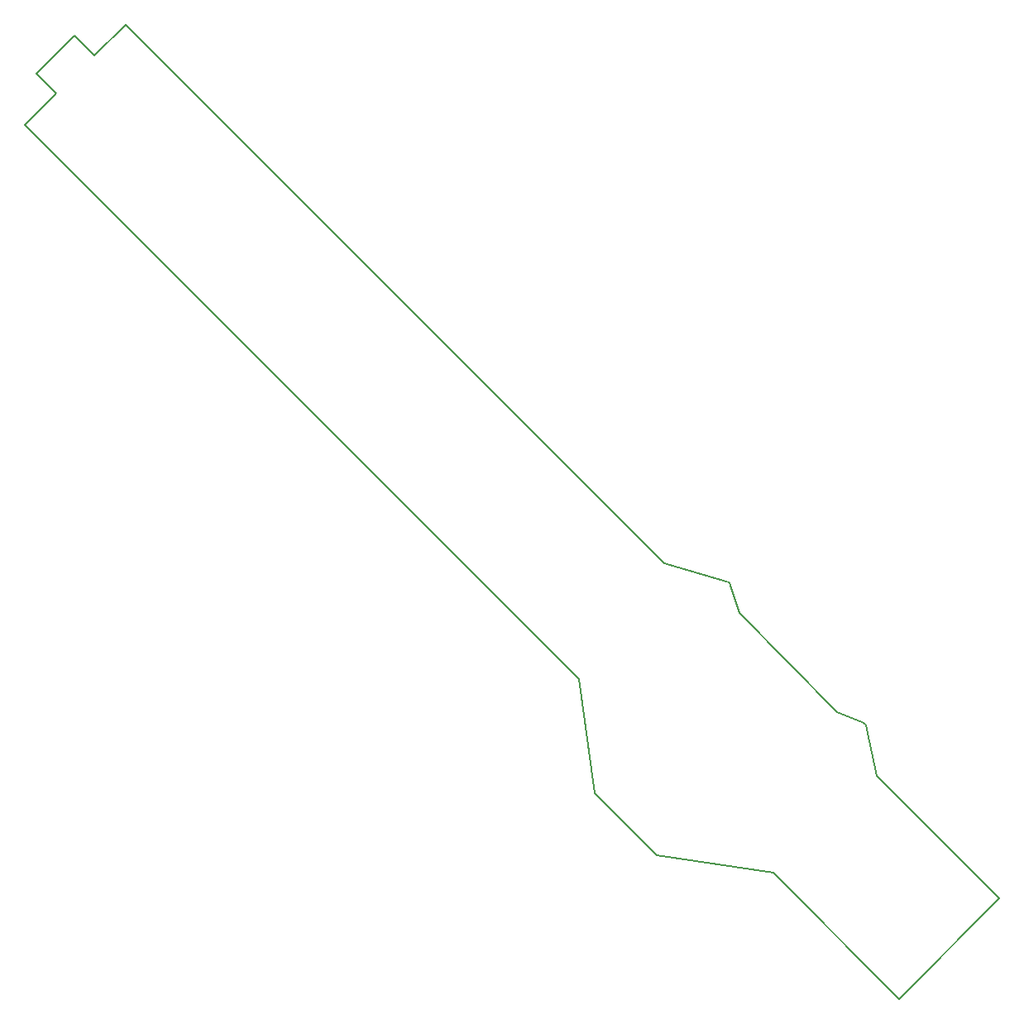
<source format=gbr>
G04 #@! TF.GenerationSoftware,KiCad,Pcbnew,5.1.2*
G04 #@! TF.CreationDate,2019-06-28T17:21:04-05:00*
G04 #@! TF.ProjectId,BatteryTotem,42617474-6572-4795-946f-74656d2e6b69,rev?*
G04 #@! TF.SameCoordinates,Original*
G04 #@! TF.FileFunction,Profile,NP*
%FSLAX46Y46*%
G04 Gerber Fmt 4.6, Leading zero omitted, Abs format (unit mm)*
G04 Created by KiCad (PCBNEW 5.1.2) date 2019-06-28 17:21:04*
%MOMM*%
%LPD*%
G04 APERTURE LIST*
%ADD10C,0.150000*%
%ADD11C,0.100000*%
G04 APERTURE END LIST*
D10*
X157425043Y-88300733D02*
G75*
G02X157875000Y-88725000I24957J-424267D01*
G01*
X171287965Y-102673140D02*
G75*
G02X171875000Y-103425000I-187965J-751860D01*
G01*
X92734638Y-34486112D02*
X95942198Y-31303723D01*
X90718298Y-32449372D02*
X92734638Y-34486112D01*
X86843878Y-36323780D02*
X90718298Y-32449372D01*
X88863268Y-38348403D02*
X86843878Y-36323780D01*
X85674968Y-41570926D02*
X88863268Y-38348403D01*
X175138067Y-131034020D02*
X185405280Y-120766809D01*
X162225000Y-118125000D02*
X175138067Y-131034020D01*
X142375000Y-98275000D02*
X85674968Y-41570926D01*
X143950000Y-109950000D02*
X142375000Y-98275000D01*
X150325000Y-116300000D02*
X143950000Y-109950000D01*
X162225000Y-118125000D02*
X150325000Y-116300000D01*
X172850000Y-108175000D02*
X185405280Y-120766809D01*
X151100000Y-86475000D02*
X95942198Y-31303723D01*
X157425043Y-88300733D02*
X151100000Y-86475000D01*
X158775000Y-91500000D02*
X157875000Y-88725000D01*
X168825000Y-101700000D02*
X158775000Y-91500000D01*
X171287965Y-102673140D02*
X168825000Y-101700000D01*
X172850000Y-108175000D02*
X171875000Y-103425000D01*
D11*
X90718298Y-32449372D02*
X90718298Y-32449372D01*
M02*

</source>
